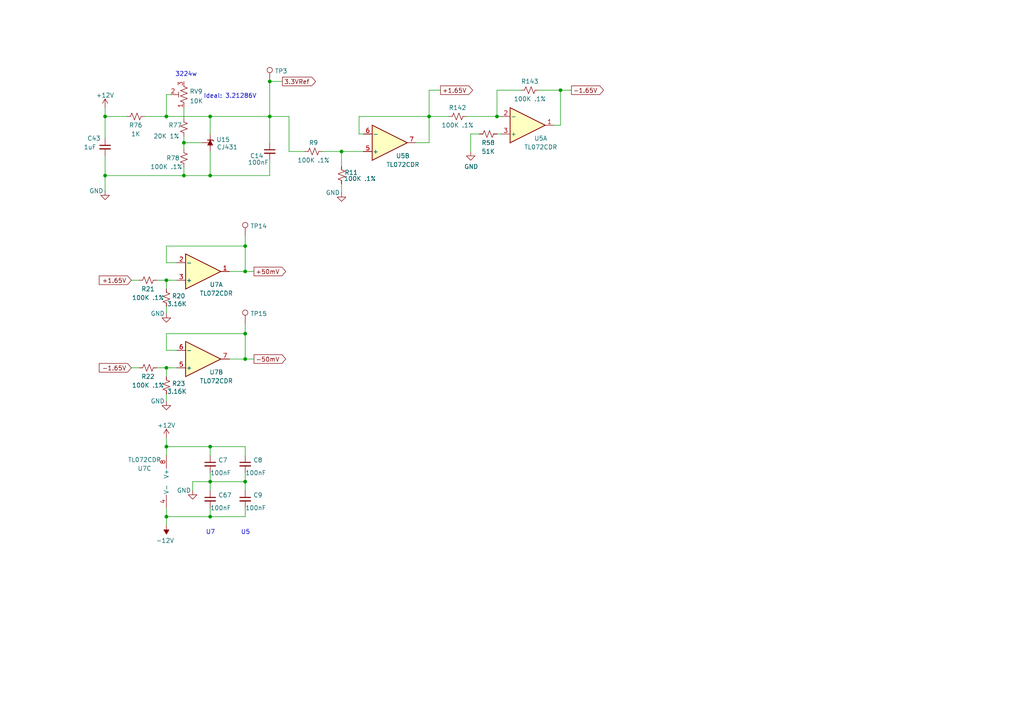
<source format=kicad_sch>
(kicad_sch (version 20231120) (generator "eeschema") (generator_version "8.0")
  (paper "A4")
  (title_block (title "Thor's Arsenal") (rev "0.2"))
  (lib_symbols
    (symbol "Amplifier_Operational:TL072" (pin_names (offset 0.127))
      (property "Reference" "U" (at 0 5.08 0))
      (property "Value" "TL072" (at 0 -5.08 0))
      (symbol "TL072_1_1"
        (polyline (pts (xy -5.08 5.08) (xy 5.08 0) (xy -5.08 -5.08) (xy -5.08 5.08)) (stroke (width 0.254)) (fill (type background)))
        (pin output line (at 7.62 0 180) (length 2.54) (name "~") (number "1"))
        (pin input line (at -7.62 -2.54 0) (length 2.54) (name "-") (number "2"))
        (pin input line (at -7.62 2.54 0) (length 2.54) (name "+") (number "3"))
      )
      (symbol "TL072_2_1"
        (polyline (pts (xy -5.08 5.08) (xy 5.08 0) (xy -5.08 -5.08) (xy -5.08 5.08)) (stroke (width 0.254)) (fill (type background)))
        (pin input line (at -7.62 2.54 0) (length 2.54) (name "+") (number "5"))
        (pin input line (at -7.62 -2.54 0) (length 2.54) (name "-") (number "6"))
        (pin output line (at 7.62 0 180) (length 2.54) (name "~") (number "7"))
      )
      (symbol "TL072_3_1"
        (pin power_in line (at -2.54 -7.62 90) (length 3.81) (name "V-") (number "4"))
        (pin power_in line (at -2.54 7.62 270) (length 3.81) (name "V+") (number "8"))
      )
    )
    (symbol "Connector:TestPoint" (pin_numbers hide) (pin_names (offset 0.762) hide)
      (property "Reference" "TP" (at 0 6.858 0))
      (property "Value" "TestPoint" (at 0 5.08 0))
      (symbol "TestPoint_0_1"
        (circle (center 0 3.302) (radius 0.762))
      )
      (symbol "TestPoint_1_1"
        (pin passive line (at 0 0 90) (length 2.54) (name "1") (number "1"))
      )
    )
    (symbol "Device:C_Small" (pin_numbers hide) (pin_names (offset 0.254) hide)
      (property "Reference" "C" (at 0.254 1.778 0))
      (property "Value" "C_Small" (at 0.254 -2.032 0))
      (symbol "C_Small_0_1"
        (polyline (pts (xy -1.524 -0.508) (xy 1.524 -0.508)) (stroke (width 0.3302)))
        (polyline (pts (xy -1.524 0.508) (xy 1.524 0.508)) (stroke (width 0.3048)))
      )
      (symbol "C_Small_1_1"
        (pin passive line (at 0 2.54 270) (length 2.032) (name "~") (number "1"))
        (pin passive line (at 0 -2.54 90) (length 2.032) (name "~") (number "2"))
      )
    )
    (symbol "Device:R_Potentiometer_Trim_US" (pin_names (offset 1.016) hide)
      (property "Reference" "RV" (at -4.445 0 90))
      (property "Value" "R_Potentiometer_Trim_US" (at -2.54 0 90))
      (symbol "R_Potentiometer_Trim_US_0_1"
        (polyline (pts (xy 0 -2.286) (xy 0 -2.54)))
        (polyline (pts (xy 0 2.286) (xy 0 2.54)))
        (polyline (pts (xy 1.524 0.762) (xy 1.524 -0.762)))
        (polyline (pts (xy 2.54 0) (xy 1.524 0)))
        (polyline (pts (xy 0 -0.762) (xy 1.016 -1.143) (xy 0 -1.524) (xy -1.016 -1.905) (xy 0 -2.286)))
        (polyline (pts (xy 0 0.762) (xy 1.016 0.381) (xy 0 0) (xy -1.016 -0.381) (xy 0 -0.762)))
        (polyline (pts (xy 0 2.286) (xy 1.016 1.905) (xy 0 1.524) (xy -1.016 1.143) (xy 0 0.762)))
      )
      (symbol "R_Potentiometer_Trim_US_1_1"
        (pin passive line (at 0 3.81 270) (length 1.27) (name "1") (number "1"))
        (pin passive line (at 3.81 0 180) (length 1.27) (name "2") (number "2"))
        (pin passive line (at 0 -3.81 90) (length 1.27) (name "3") (number "3"))
      )
    )
    (symbol "Device:R_Small_US" (pin_numbers hide) (pin_names (offset 0.254) hide)
      (property "Reference" "R" (at 0.762 0.508 0))
      (property "Value" "R_Small_US" (at 0.762 -1.016 0))
      (symbol "R_Small_US_1_1"
        (polyline (pts (xy 0 0) (xy 1.016 -0.381) (xy 0 -0.762) (xy -1.016 -1.143) (xy 0 -1.524)))
        (polyline (pts (xy 0 1.524) (xy 1.016 1.143) (xy 0 0.762) (xy -1.016 0.381) (xy 0 0)))
        (pin passive line (at 0 2.54 270) (length 1.016) (name "~") (number "1"))
        (pin passive line (at 0 -2.54 90) (length 1.016) (name "~") (number "2"))
      )
    )
    (symbol "greenface-symbols:AS431HANTR" (pin_numbers hide) (pin_names hide)
      (property "Reference" "U" (at -2.54 2.54 0))
      (property "Value" "AS431HANTR" (at 0 -2.54 0))
      (symbol "AS431HANTR_0_1"
        (polyline (pts (xy -1.27 0) (xy 0 0) (xy 1.27 0)))
        (polyline (pts (xy -0.762 0.762) (xy 0.762 0) (xy -0.762 -0.762)) (fill (type outline)))
        (polyline (pts (xy 0.508 -1.016) (xy 0.762 -0.762) (xy 0.762 0.762) (xy 0.762 0.762)) (stroke (width 0.254)))
      )
      (symbol "AS431HANTR_1_1"
        (pin passive line (at 0 2.54 270) (length 2.54) (name "REF") (number "1"))
        (pin passive line (at 2.54 0 180) (length 2.54) (name "K") (number "2"))
        (pin passive line (at -2.54 0 0) (length 2.54) (name "A") (number "3"))
      )
    )
    (symbol "power:+12V" (power) (pin_names (offset 0))
      (property "Value" "+12V" (at 0 3.556 0))
      (symbol "+12V_0_1"
        (polyline (pts (xy -0.762 1.27) (xy 0 2.54)))
        (polyline (pts (xy 0 0) (xy 0 2.54)))
        (polyline (pts (xy 0 2.54) (xy 0.762 1.27)))
      )
      (symbol "+12V_1_1"
        (pin power_in line (at 0 0 90) (length 0) hide (name "+12V") (number "1"))
      )
    )
    (symbol "power:-12V" (power) (pin_names (offset 0))
      (property "Value" "-12V" (at 0 3.81 0))
      (symbol "-12V_0_0"
        (pin power_in line (at 0 0 90) (length 0) hide (name "-12V") (number "1"))
      )
      (symbol "-12V_0_1"
        (polyline (pts (xy 0 0) (xy 0 1.27) (xy 0.762 1.27) (xy 0 2.54) (xy -0.762 1.27) (xy 0 1.27)) (fill (type outline)))
      )
    )
    (symbol "power:GND" (power) (pin_names (offset 0))
      (property "Value" "GND" (at 0 -3.81 0))
      (symbol "GND_0_1"
        (polyline (pts (xy 0 0) (xy 0 -1.27) (xy 1.27 -1.27) (xy 0 -2.54) (xy -1.27 -1.27) (xy 0 -1.27)))
      )
      (symbol "GND_1_1"
        (pin power_in line (at 0 0 270) (length 0) hide (name "GND") (number "1"))
      )
    )
  )
  (junction (at 60.96 50.927))
  (junction (at 53.34 41.402))
  (junction (at 71.12 104.14))
  (junction (at 124.46 33.782))
  (junction (at 30.48 33.782))
  (junction (at 71.12 71.374))
  (junction (at 30.48 50.927))
  (junction (at 162.56 26.162))
  (junction (at 60.96 139.7))
  (junction (at 78.232 23.622))
  (junction (at 48.26 33.782))
  (junction (at 71.12 78.74))
  (junction (at 78.232 33.782))
  (junction (at 71.12 96.774))
  (junction (at 53.34 50.927))
  (junction (at 71.12 139.7))
  (junction (at 144.145 33.782))
  (junction (at 60.96 33.782))
  (junction (at 99.06 43.942))
  (junction (at 60.96 149.86))
  (junction (at 48.26 106.68))
  (junction (at 48.26 81.28))
  (junction (at 48.26 129.54))
  (junction (at 48.26 149.86))
  (junction (at 60.96 129.54))
  (wire (pts (xy 48.26 101.6) (xy 51.308 101.6)))
  (wire (pts (xy 71.12 137.16) (xy 71.12 139.7)))
  (wire (pts (xy 156.21 26.162) (xy 162.56 26.162)))
  (wire (pts (xy 93.472 43.942) (xy 99.06 43.942)))
  (wire (pts (xy 162.56 36.322) (xy 160.655 36.322)))
  (wire (pts (xy 71.12 149.86) (xy 60.96 149.86)))
  (wire (pts (xy 124.46 26.162) (xy 127.762 26.162)))
  (wire (pts (xy 124.46 33.782) (xy 130.175 33.782)))
  (wire (pts (xy 71.12 104.14) (xy 73.66 104.14)))
  (wire (pts (xy 105.41 38.862) (xy 104.14 38.862)))
  (wire (pts (xy 71.12 129.54) (xy 60.96 129.54)))
  (wire (pts (xy 48.26 71.374) (xy 71.12 71.374)))
  (wire (pts (xy 55.88 142.24) (xy 55.88 139.7)))
  (wire (pts (xy 71.12 93.98) (xy 71.12 96.774)))
  (wire (pts (xy 48.26 106.68) (xy 51.308 106.68)))
  (wire (pts (xy 71.12 132.08) (xy 71.12 129.54)))
  (wire (pts (xy 53.34 48.387) (xy 53.34 50.927)))
  (wire (pts (xy 48.26 149.86) (xy 48.26 152.4)))
  (wire (pts (xy 60.96 139.7) (xy 60.96 142.24)))
  (wire (pts (xy 83.82 33.782) (xy 83.82 43.942)))
  (wire (pts (xy 45.466 106.68) (xy 48.26 106.68)))
  (wire (pts (xy 48.26 147.32) (xy 48.26 149.86)))
  (wire (pts (xy 60.96 147.32) (xy 60.96 149.86)))
  (wire (pts (xy 78.232 33.782) (xy 78.232 41.402)))
  (wire (pts (xy 30.48 50.927) (xy 30.48 55.372)))
  (wire (pts (xy 48.26 81.28) (xy 48.26 83.82)))
  (wire (pts (xy 71.12 78.74) (xy 73.66 78.74)))
  (wire (pts (xy 135.255 33.782) (xy 144.145 33.782)))
  (wire (pts (xy 99.06 43.942) (xy 99.06 48.26)))
  (wire (pts (xy 30.48 50.927) (xy 53.34 50.927)))
  (wire (pts (xy 48.26 33.782) (xy 60.96 33.782)))
  (wire (pts (xy 48.26 88.9) (xy 48.26 90.932)))
  (wire (pts (xy 60.96 149.86) (xy 48.26 149.86)))
  (wire (pts (xy 60.96 139.7) (xy 71.12 139.7)))
  (wire (pts (xy 30.48 33.782) (xy 36.83 33.782)))
  (wire (pts (xy 99.06 53.34) (xy 99.06 55.88)))
  (wire (pts (xy 78.232 23.622) (xy 78.232 33.782)))
  (wire (pts (xy 48.26 127) (xy 48.26 129.54)))
  (wire (pts (xy 48.26 76.2) (xy 48.26 71.374)))
  (wire (pts (xy 48.26 27.432) (xy 48.26 33.782)))
  (wire (pts (xy 60.96 129.54) (xy 60.96 132.08)))
  (wire (pts (xy 48.26 106.68) (xy 48.26 109.22)))
  (wire (pts (xy 60.96 129.54) (xy 48.26 129.54)))
  (wire (pts (xy 58.42 41.402) (xy 53.34 41.402)))
  (wire (pts (xy 145.415 33.782) (xy 144.145 33.782)))
  (wire (pts (xy 71.12 78.74) (xy 66.548 78.74)))
  (wire (pts (xy 144.145 33.782) (xy 144.145 26.162)))
  (wire (pts (xy 60.96 43.942) (xy 60.96 50.927)))
  (wire (pts (xy 53.34 41.402) (xy 53.34 43.307)))
  (wire (pts (xy 30.48 33.782) (xy 30.48 40.132)))
  (wire (pts (xy 78.232 46.482) (xy 78.232 50.927)))
  (wire (pts (xy 71.12 104.14) (xy 66.548 104.14)))
  (wire (pts (xy 124.46 41.402) (xy 124.46 33.782)))
  (wire (pts (xy 38.1 81.28) (xy 40.386 81.28)))
  (wire (pts (xy 53.34 50.927) (xy 60.96 50.927)))
  (wire (pts (xy 139.065 38.862) (xy 136.525 38.862)))
  (wire (pts (xy 45.466 81.28) (xy 48.26 81.28)))
  (wire (pts (xy 48.26 114.3) (xy 48.26 116.332)))
  (wire (pts (xy 60.96 33.782) (xy 78.232 33.782)))
  (wire (pts (xy 30.48 31.242) (xy 30.48 33.782)))
  (wire (pts (xy 48.26 96.774) (xy 71.12 96.774)))
  (wire (pts (xy 48.26 101.6) (xy 48.26 96.774)))
  (wire (pts (xy 144.145 26.162) (xy 151.13 26.162)))
  (wire (pts (xy 71.12 71.374) (xy 71.12 78.74)))
  (wire (pts (xy 48.26 76.2) (xy 51.308 76.2)))
  (wire (pts (xy 48.26 129.54) (xy 48.26 132.08)))
  (wire (pts (xy 30.48 45.212) (xy 30.48 50.927)))
  (wire (pts (xy 48.26 81.28) (xy 51.308 81.28)))
  (wire (pts (xy 41.91 33.782) (xy 48.26 33.782)))
  (wire (pts (xy 55.88 139.7) (xy 60.96 139.7)))
  (wire (pts (xy 60.96 38.862) (xy 60.96 33.782)))
  (wire (pts (xy 71.12 96.774) (xy 71.12 104.14)))
  (wire (pts (xy 60.96 50.927) (xy 78.232 50.927)))
  (wire (pts (xy 53.34 31.242) (xy 53.34 34.417)))
  (wire (pts (xy 71.12 139.7) (xy 71.12 142.24)))
  (wire (pts (xy 104.14 38.862) (xy 104.14 33.782)))
  (wire (pts (xy 99.06 43.942) (xy 105.41 43.942)))
  (wire (pts (xy 162.56 26.162) (xy 162.56 36.322)))
  (wire (pts (xy 48.26 27.432) (xy 49.53 27.432)))
  (wire (pts (xy 136.525 38.862) (xy 136.525 43.942)))
  (wire (pts (xy 60.96 137.16) (xy 60.96 139.7)))
  (wire (pts (xy 120.65 41.402) (xy 124.46 41.402)))
  (wire (pts (xy 38.1 106.68) (xy 40.386 106.68)))
  (wire (pts (xy 124.46 26.162) (xy 124.46 33.782)))
  (wire (pts (xy 83.82 43.942) (xy 88.392 43.942)))
  (wire (pts (xy 71.12 147.32) (xy 71.12 149.86)))
  (wire (pts (xy 144.145 38.862) (xy 145.415 38.862)))
  (wire (pts (xy 53.34 39.497) (xy 53.34 41.402)))
  (wire (pts (xy 78.232 33.782) (xy 83.82 33.782)))
  (wire (pts (xy 104.14 33.782) (xy 124.46 33.782)))
  (wire (pts (xy 71.12 68.58) (xy 71.12 71.374)))
  (wire (pts (xy 162.56 26.162) (xy 165.735 26.162)))
  (wire (pts (xy 78.232 23.622) (xy 81.915 23.622)))
  (text "Ideal: 3.21286V" (at 59.055 28.702 0) (effects (font (size 1.27 1.27)) (justify left bottom)))
  (text "U5" (at 69.85 155.194 0) (effects (font (size 1.27 1.27)) (justify left bottom)))
  (text "3224w" (at 50.8 22.352 0) (effects (font (size 1.27 1.27)) (justify left bottom)))
  (text "U7" (at 59.69 155.194 0) (effects (font (size 1.27 1.27)) (justify left bottom)))
  (global_label "-1.65V" (shape output) (at 165.735 26.162 0) (property "Intersheetrefs" "${INTERSHEET_REFS}" (effects (hide yes))))
  (global_label "+1.65V" (shape input) (at 38.1 81.28 180) (property "Intersheetrefs" "${INTERSHEET_REFS}" (effects (hide yes))))
  (global_label "+1.65V" (shape output) (at 127.762 26.162 0) (property "Intersheetrefs" "${INTERSHEET_REFS}" (effects (hide yes))))
  (global_label "+50mV" (shape output) (at 73.66 78.74 0) (property "Intersheetrefs" "${INTERSHEET_REFS}" (effects (hide yes))))
  (global_label "-50mV" (shape output) (at 73.66 104.14 0) (property "Intersheetrefs" "${INTERSHEET_REFS}" (effects (hide yes))))
  (global_label "-1.65V" (shape input) (at 38.1 106.68 180) (property "Intersheetrefs" "${INTERSHEET_REFS}" (effects (hide yes))))
  (global_label "3.3VRef" (shape output) (at 81.915 23.622 0) (property "Intersheetrefs" "${INTERSHEET_REFS}" (effects (hide yes))))
  (symbol (lib_id "Device:R_Small_US") (at 39.37 33.782 270) (unit 1)
    (property "Reference" "R76" (at 39.37 36.322 90))
    (property "Value" "1K" (at 39.37 38.862 90))
    (property "Footprint" "Resistor_SMD:R_0603_1608Metric" (effects (hide yes)))
    (property "Digi-Key Part" "RNCP0603FTD1K00CT-ND" (effects (hide yes)))
    (property "LCSC Part #" "C21190" (effects (hide yes)))
  )
  (symbol (lib_id "Device:R_Small_US") (at 53.34 45.847 0) (unit 1)
    (property "Reference" "R78" (at 50.165 45.847 0))
    (property "Value" "100K .1%" (at 48.26 48.387 0))
    (property "Footprint" "Resistor_SMD:R_0603_1608Metric" (effects (hide yes)))
    (property "Digi-Key Part" "YAG1759CT-ND" (effects (hide yes)))
    (property "LCSC Part #" "C122538" (effects (hide yes)))
  )
  (symbol (lib_id "Connector:TestPoint") (at 71.12 93.98 0) (unit 1)
    (property "Reference" "TP15" (at 72.5932 90.9828 0) (effects (justify left)))
    (property "Value" "TestPoint" (effects (hide yes)))
    (property "Footprint" "TestPoint:TestPoint_Keystone_5000-5004_Miniature" (effects (hide yes)))
    (property "Digi-Key Part" "36-5002-ND" (effects (hide yes)))
    (property "LCSC Part #" "C238123" (effects (hide yes)))
  )
  (symbol (lib_id "Device:R_Small_US") (at 42.926 81.28 270) (unit 1)
    (property "Reference" "R21" (at 42.926 83.82 90))
    (property "Value" "100K .1%" (at 42.926 86.36 90))
    (property "Footprint" "Resistor_SMD:R_0603_1608Metric" (effects (hide yes)))
    (property "Digi-Key Part" "RNCP0603FTD1K00CT-ND" (effects (hide yes)))
    (property "LCSC Part #" "C122538" (effects (hide yes)))
  )
  (symbol (lib_id "Device:R_Small_US") (at 153.67 26.162 270) (unit 1)
    (property "Reference" "R143" (at 153.67 23.622 90))
    (property "Value" "100K .1%" (at 153.67 28.702 90))
    (property "Footprint" "Resistor_SMD:R_0603_1608Metric" (effects (hide yes)))
    (property "Digi-Key Part" "YAG1759CT-ND" (effects (hide yes)))
    (property "LCSC Part #" "C122538" (effects (hide yes)))
  )
  (symbol (lib_id "Device:R_Small_US") (at 48.26 111.76 0) (unit 1)
    (property "Reference" "R23" (at 51.816 111.252 0))
    (property "Value" "3.16K" (at 51.308 113.538 0))
    (property "Footprint" "Resistor_SMD:R_0603_1608Metric" (effects (hide yes)))
    (property "LCSC Part #" "C22993" (effects (hide yes)))
  )
  (symbol (lib_id "Device:C_Small") (at 30.48 42.672 0) (mirror y) (unit 1)
    (property "Reference" "C43" (at 29.21 40.132 0) (effects (justify left)))
    (property "Value" "1uF" (at 27.94 42.672 0) (effects (justify left)))
    (property "Footprint" "Capacitor_SMD:C_0805_2012Metric_Pad1.18x1.45mm_HandSolder" (effects (hide yes)))
    (property "Datasheet" "http://datasheets.avx.com/SR-Series.pdf" (effects (hide yes)))
    (property "Digi-Key Part" "1276-1029-1-ND" (effects (hide yes)))
    (property "LCSC Part #" "C28323" (effects (hide yes)))
  )
  (symbol (lib_id "Device:R_Small_US") (at 42.926 106.68 270) (unit 1)
    (property "Reference" "R22" (at 42.926 109.22 90))
    (property "Value" "100K .1%" (at 42.926 111.76 90))
    (property "Footprint" "Resistor_SMD:R_0603_1608Metric" (effects (hide yes)))
    (property "Digi-Key Part" "RNCP0603FTD1K00CT-ND" (effects (hide yes)))
    (property "LCSC Part #" "C122538" (effects (hide yes)))
  )
  (symbol (lib_id "power:GND") (at 99.06 55.88 0) (unit 1)
    (property "Reference" "#PWR075" (effects (hide yes)))
    (property "Value" "GND" (at 96.52 55.88 0))
  )
  (symbol (lib_id "power:+12V") (at 30.48 31.242 0) (unit 1)
    (property "Reference" "#PWR036" (effects (hide yes)))
    (property "Value" "+12V" (at 30.48 27.6375 0))
  )
  (symbol (lib_id "Device:C_Small") (at 60.96 134.62 0) (unit 1)
    (property "Reference" "C7" (at 63.2968 133.4516 0) (effects (justify left)))
    (property "Value" "100nF" (at 60.96 137.16 0) (effects (justify left)))
    (property "Footprint" "Capacitor_SMD:C_0603_1608Metric" (effects (hide yes)))
    (property "Datasheet" "http://datasheets.avx.com/SR-Series.pdf" (effects (hide yes)))
    (property "Digi-Key Part" "478-10836-1-ND" (effects (hide yes)))
    (property "LCSC Part #" "C14663" (effects (hide yes)))
  )
  (symbol (lib_id "greenface-symbols:AS431HANTR") (at 60.96 41.402 90) (unit 1)
    (property "Reference" "U15" (at 62.738 40.4935 90) (effects (justify right)))
    (property "Value" "CJ431" (at 62.865 42.672 90) (effects (justify right)))
    (property "Footprint" "Package_TO_SOT_SMD:SOT-23" (effects (hide yes)))
    (property "Datasheet" "http://www.ti.com/lit/ds/symlink/tl431.pdf" (effects (hide yes)))
    (property "Digi-Key Part" "AS431HANTR-G1DICT-ND" (effects (hide yes)))
    (property "LCSC Part #" "C3113" (effects (hide yes)))
  )
  (symbol (lib_id "Device:C_Small") (at 71.12 134.62 0) (unit 1)
    (property "Reference" "C8" (at 73.4568 133.4516 0) (effects (justify left)))
    (property "Value" "100nF" (at 71.12 137.16 0) (effects (justify left)))
    (property "Footprint" "Capacitor_SMD:C_0603_1608Metric" (effects (hide yes)))
    (property "Datasheet" "http://datasheets.avx.com/SR-Series.pdf" (effects (hide yes)))
    (property "Digi-Key Part" "478-10836-1-ND" (effects (hide yes)))
    (property "LCSC Part #" "C14663" (effects (hide yes)))
  )
  (symbol (lib_id "power:+12V") (at 48.26 127 0) (unit 1)
    (property "Reference" "#PWR047" (effects (hide yes)))
    (property "Value" "+12V" (at 48.26 123.3955 0))
  )
  (symbol (lib_id "Connector:TestPoint") (at 78.232 23.622 0) (unit 1)
    (property "Reference" "TP3" (at 79.7052 20.6248 0) (effects (justify left)))
    (property "Value" "TestPoint" (effects (hide yes)))
    (property "Footprint" "TestPoint:TestPoint_Keystone_5000-5004_Miniature" (effects (hide yes)))
    (property "Digi-Key Part" "36-5002-ND" (effects (hide yes)))
    (property "LCSC Part #" "C238123" (effects (hide yes)))
  )
  (symbol (lib_id "Device:R_Small_US") (at 141.605 38.862 270) (unit 1)
    (property "Reference" "R58" (at 141.605 41.402 90))
    (property "Value" "51K" (at 141.605 43.942 90))
    (property "Footprint" "Resistor_SMD:R_0603_1608Metric" (effects (hide yes)))
    (property "Digi-Key Part" "RMCF0805JT33K0CT-ND" (effects (hide yes)))
    (property "LCSC Part #" "C23196" (effects (hide yes)))
  )
  (symbol (lib_id "power:GND") (at 30.48 55.372 0) (unit 1)
    (property "Reference" "#PWR039" (effects (hide yes)))
    (property "Value" "GND" (at 27.94 55.372 0))
  )
  (symbol (lib_id "power:GND") (at 136.525 43.942 0) (unit 1)
    (property "Reference" "#PWR069" (effects (hide yes)))
    (property "Value" "GND" (at 136.652 48.3362 0))
  )
  (symbol (lib_id "Device:R_Potentiometer_Trim_US") (at 53.34 27.432 180) (unit 1)
    (property "Reference" "RV9" (at 54.991 26.5235 0) (effects (justify right)))
    (property "Value" "10K" (at 54.991 29.2986 0) (effects (justify right)))
    (property "Footprint" "Potentiometer_SMD:Potentiometer_Bourns_3224W_Vertical" (effects (hide yes)))
    (property "LCSC Part #" "C81348" (effects (hide yes)))
    (property "Digi-Key Part" "3224W-1-103GCT-ND" (effects (hide yes)))
  )
  (symbol (lib_id "Amplifier_Operational:TL072") (at 153.035 36.322 0) (mirror x) (unit 1)
    (property "Reference" "U5" (at 156.845 40.132 0))
    (property "Value" "TL072CDR" (at 156.845 42.672 0))
    (property "Footprint" "Package_SO:SOIC-8_3.9x4.9mm_P1.27mm" (effects (hide yes)))
    (property "Digi-Key Part" "296-1282-1-ND" (effects (hide yes)))
    (property "LCSC Part #" "C6961" (effects (hide yes)))
  )
  (symbol (lib_id "Device:R_Small_US") (at 90.932 43.942 270) (unit 1)
    (property "Reference" "R9" (at 90.932 41.402 90))
    (property "Value" "100K .1%" (at 90.932 46.482 90))
    (property "Footprint" "Resistor_SMD:R_0603_1608Metric" (effects (hide yes)))
    (property "Digi-Key Part" "YAG1759CT-ND" (effects (hide yes)))
    (property "LCSC Part #" "C122538" (effects (hide yes)))
  )
  (symbol (lib_id "power:-12V") (at 48.26 152.4 180) (unit 1)
    (property "Reference" "#PWR054" (effects (hide yes)))
    (property "Value" "-12V" (at 47.879 156.7942 0))
  )
  (symbol (lib_id "Device:C_Small") (at 71.12 144.78 0) (unit 1)
    (property "Reference" "C9" (at 73.4568 143.6116 0) (effects (justify left)))
    (property "Value" "100nF" (at 71.12 147.32 0) (effects (justify left)))
    (property "Footprint" "Capacitor_SMD:C_0603_1608Metric" (effects (hide yes)))
    (property "Datasheet" "http://datasheets.avx.com/SR-Series.pdf" (effects (hide yes)))
    (property "Digi-Key Part" "478-10836-1-ND" (effects (hide yes)))
    (property "LCSC Part #" "C14663" (effects (hide yes)))
  )
  (symbol (lib_id "Device:C_Small") (at 60.96 144.78 0) (unit 1)
    (property "Reference" "C67" (at 63.2968 143.6116 0) (effects (justify left)))
    (property "Value" "100nF" (at 60.96 147.32 0) (effects (justify left)))
    (property "Footprint" "Capacitor_SMD:C_0603_1608Metric" (effects (hide yes)))
    (property "Datasheet" "http://datasheets.avx.com/SR-Series.pdf" (effects (hide yes)))
    (property "Digi-Key Part" "478-10836-1-ND" (effects (hide yes)))
    (property "LCSC Part #" "C14663" (effects (hide yes)))
  )
  (symbol (lib_id "Device:R_Small_US") (at 132.715 33.782 270) (unit 1)
    (property "Reference" "R142" (at 132.715 31.242 90))
    (property "Value" "100K .1%" (at 132.715 36.322 90))
    (property "Footprint" "Resistor_SMD:R_0603_1608Metric" (effects (hide yes)))
    (property "Digi-Key Part" "YAG1759CT-ND" (effects (hide yes)))
    (property "LCSC Part #" "C122538" (effects (hide yes)))
  )
  (symbol (lib_id "Amplifier_Operational:TL072") (at 58.928 104.14 0) (mirror x) (unit 2)
    (property "Reference" "U7" (at 62.738 107.95 0))
    (property "Value" "TL072CDR" (at 62.738 110.49 0))
    (property "Footprint" "Package_SO:SOIC-8_3.9x4.9mm_P1.27mm" (effects (hide yes)))
    (property "Digi-Key Part" "296-1282-1-ND" (effects (hide yes)))
    (property "LCSC Part #" "C6961" (effects (hide yes)))
  )
  (symbol (lib_id "Device:R_Small_US") (at 53.34 36.957 180) (unit 1)
    (property "Reference" "R77" (at 50.8 36.322 0))
    (property "Value" "20K 1%" (at 48.26 39.497 0))
    (property "Footprint" "Resistor_SMD:R_0603_1608Metric" (effects (hide yes)))
    (property "Digi-Key Part" "RMCF0603FT23K7CT-ND" (effects (hide yes)))
    (property "LCSC Part #" "C4184" (effects (hide yes)))
  )
  (symbol (lib_id "Device:R_Small_US") (at 99.06 50.8 0) (unit 1)
    (property "Reference" "R11" (at 101.854 50.038 0))
    (property "Value" "100K .1%" (at 104.394 51.816 0))
    (property "Footprint" "Resistor_SMD:R_0603_1608Metric" (effects (hide yes)))
    (property "Digi-Key Part" "YAG1759CT-ND" (effects (hide yes)))
    (property "LCSC Part #" "C122538" (effects (hide yes)))
  )
  (symbol (lib_id "power:GND") (at 55.88 142.24 0) (unit 1)
    (property "Reference" "#PWR048" (effects (hide yes)))
    (property "Value" "GND" (at 53.34 142.24 0))
  )
  (symbol (lib_id "Connector:TestPoint") (at 71.12 68.58 0) (unit 1)
    (property "Reference" "TP14" (at 72.5932 65.5828 0) (effects (justify left)))
    (property "Value" "TestPoint" (effects (hide yes)))
    (property "Footprint" "TestPoint:TestPoint_Keystone_5000-5004_Miniature" (effects (hide yes)))
    (property "Digi-Key Part" "36-5002-ND" (effects (hide yes)))
    (property "LCSC Part #" "C238123" (effects (hide yes)))
  )
  (symbol (lib_id "power:GND") (at 48.26 116.332 0) (unit 1)
    (property "Reference" "#PWR046" (effects (hide yes)))
    (property "Value" "GND" (at 45.72 116.332 0))
  )
  (symbol (lib_id "Device:C_Small") (at 78.232 43.942 0) (unit 1)
    (property "Reference" "C14" (at 72.517 45.212 0) (effects (justify left)))
    (property "Value" "100nF" (at 71.882 47.117 0) (effects (justify left)))
    (property "Footprint" "Capacitor_SMD:C_0603_1608Metric" (effects (hide yes)))
    (property "Datasheet" "http://datasheets.avx.com/SR-Series.pdf" (effects (hide yes)))
    (property "Digi-Key Part" "478-10836-1-ND" (effects (hide yes)))
    (property "LCSC Part #" "C14663" (effects (hide yes)))
  )
  (symbol (lib_id "Amplifier_Operational:TL072") (at 45.72 139.7 0) (mirror y) (unit 3)
    (property "Reference" "U7" (at 41.91 135.89 0))
    (property "Value" "TL072CDR" (at 41.91 133.35 0))
    (property "Footprint" "Package_SO:SOIC-8_3.9x4.9mm_P1.27mm" (effects (hide yes)))
    (property "Digi-Key Part" "296-1282-1-ND" (effects (hide yes)))
    (property "LCSC Part #" "C6961" (effects (hide yes)))
  )
  (symbol (lib_id "Amplifier_Operational:TL072") (at 113.03 41.402 0) (mirror x) (unit 2)
    (property "Reference" "U5" (at 116.84 45.212 0))
    (property "Value" "TL072CDR" (at 116.84 47.752 0))
    (property "Footprint" "Package_SO:SOIC-8_3.9x4.9mm_P1.27mm" (effects (hide yes)))
    (property "Digi-Key Part" "296-1282-1-ND" (effects (hide yes)))
    (property "LCSC Part #" "C6961" (effects (hide yes)))
  )
  (symbol (lib_id "Device:R_Small_US") (at 48.26 86.36 0) (unit 1)
    (property "Reference" "R20" (at 51.816 85.852 0))
    (property "Value" "3.16K" (at 51.308 88.138 0))
    (property "Footprint" "Resistor_SMD:R_0603_1608Metric" (effects (hide yes)))
    (property "LCSC Part #" "C22993" (effects (hide yes)))
  )
  (symbol (lib_id "Amplifier_Operational:TL072") (at 58.928 78.74 0) (mirror x) (unit 1)
    (property "Reference" "U7" (at 62.738 82.55 0))
    (property "Value" "TL072CDR" (at 62.738 85.09 0))
    (property "Footprint" "Package_SO:SOIC-8_3.9x4.9mm_P1.27mm" (effects (hide yes)))
    (property "Digi-Key Part" "296-1282-1-ND" (effects (hide yes)))
    (property "LCSC Part #" "C6961" (effects (hide yes)))
  )
  (symbol (lib_id "power:GND") (at 48.26 90.932 0) (unit 1)
    (property "Reference" "#PWR045" (effects (hide yes)))
    (property "Value" "GND" (at 45.72 90.932 0))
  )
)
</source>
